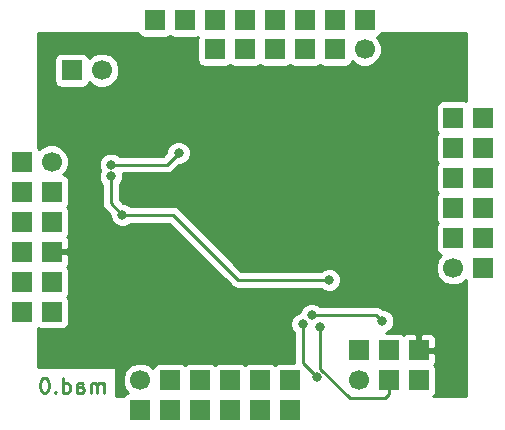
<source format=gbr>
G04 #@! TF.GenerationSoftware,KiCad,Pcbnew,(5.0.0-3-g5ebb6b6)*
G04 #@! TF.CreationDate,2019-02-10T22:35:18+03:00*
G04 #@! TF.ProjectId,mad,6D61642E6B696361645F706362000000,rev?*
G04 #@! TF.SameCoordinates,Original*
G04 #@! TF.FileFunction,Copper,L2,Bot,Signal*
G04 #@! TF.FilePolarity,Positive*
%FSLAX46Y46*%
G04 Gerber Fmt 4.6, Leading zero omitted, Abs format (unit mm)*
G04 Created by KiCad (PCBNEW (5.0.0-3-g5ebb6b6)) date *
%MOMM*%
%LPD*%
G01*
G04 APERTURE LIST*
G04 #@! TA.AperFunction,NonConductor*
%ADD10C,0.250000*%
G04 #@! TD*
G04 #@! TA.AperFunction,ComponentPad*
%ADD11R,1.700000X1.700000*%
G04 #@! TD*
G04 #@! TA.AperFunction,ComponentPad*
%ADD12C,1.700000*%
G04 #@! TD*
G04 #@! TA.AperFunction,ViaPad*
%ADD13C,0.800000*%
G04 #@! TD*
G04 #@! TA.AperFunction,Conductor*
%ADD14C,0.250000*%
G04 #@! TD*
G04 APERTURE END LIST*
D10*
X56661904Y-75588095D02*
X56661904Y-74721428D01*
X56661904Y-74845238D02*
X56600000Y-74783333D01*
X56476190Y-74721428D01*
X56290476Y-74721428D01*
X56166666Y-74783333D01*
X56104761Y-74907142D01*
X56104761Y-75588095D01*
X56104761Y-74907142D02*
X56042857Y-74783333D01*
X55919047Y-74721428D01*
X55733333Y-74721428D01*
X55609523Y-74783333D01*
X55547619Y-74907142D01*
X55547619Y-75588095D01*
X54371428Y-75588095D02*
X54371428Y-74907142D01*
X54433333Y-74783333D01*
X54557142Y-74721428D01*
X54804761Y-74721428D01*
X54928571Y-74783333D01*
X54371428Y-75526190D02*
X54495238Y-75588095D01*
X54804761Y-75588095D01*
X54928571Y-75526190D01*
X54990476Y-75402380D01*
X54990476Y-75278571D01*
X54928571Y-75154761D01*
X54804761Y-75092857D01*
X54495238Y-75092857D01*
X54371428Y-75030952D01*
X53195238Y-75588095D02*
X53195238Y-74288095D01*
X53195238Y-75526190D02*
X53319047Y-75588095D01*
X53566666Y-75588095D01*
X53690476Y-75526190D01*
X53752380Y-75464285D01*
X53814285Y-75340476D01*
X53814285Y-74969047D01*
X53752380Y-74845238D01*
X53690476Y-74783333D01*
X53566666Y-74721428D01*
X53319047Y-74721428D01*
X53195238Y-74783333D01*
X52576190Y-75464285D02*
X52514285Y-75526190D01*
X52576190Y-75588095D01*
X52638095Y-75526190D01*
X52576190Y-75464285D01*
X52576190Y-75588095D01*
X51709523Y-74288095D02*
X51585714Y-74288095D01*
X51461904Y-74350000D01*
X51400000Y-74411904D01*
X51338095Y-74535714D01*
X51276190Y-74783333D01*
X51276190Y-75092857D01*
X51338095Y-75340476D01*
X51400000Y-75464285D01*
X51461904Y-75526190D01*
X51585714Y-75588095D01*
X51709523Y-75588095D01*
X51833333Y-75526190D01*
X51895238Y-75464285D01*
X51957142Y-75340476D01*
X52019047Y-75092857D01*
X52019047Y-74783333D01*
X51957142Y-74535714D01*
X51895238Y-74411904D01*
X51833333Y-74350000D01*
X51709523Y-74288095D01*
D11*
G04 #@! TO.P,X4,8*
G04 #@! TO.N,/RS_B*
X60970000Y-44000000D03*
G04 #@! TO.P,X4,7*
G04 #@! TO.N,/RS_A*
X63510000Y-44000000D03*
G04 #@! TO.P,X4,6*
G04 #@! TO.N,/EN*
X66050000Y-44000000D03*
G04 #@! TO.P,X4,5*
G04 #@! TO.N,/TX*
X68590000Y-44000000D03*
G04 #@! TO.P,X4,4*
G04 #@! TO.N,/RX*
X71130000Y-44000000D03*
G04 #@! TO.P,X4,3*
G04 #@! TO.N,/PC5*
X73670000Y-44000000D03*
G04 #@! TO.P,X4,2*
G04 #@! TO.N,/PC4*
X76210000Y-44000000D03*
G04 #@! TO.P,X4,1*
G04 #@! TO.N,/PC3*
X78750000Y-44000000D03*
G04 #@! TD*
D12*
G04 #@! TO.P,XP1,1*
G04 #@! TO.N,/MISO*
X78250000Y-74500000D03*
D11*
G04 #@! TO.P,XP1,3*
G04 #@! TO.N,/SCK*
X80790000Y-74500000D03*
G04 #@! TO.P,XP1,5*
G04 #@! TO.N,/RES*
X83330000Y-74500000D03*
G04 #@! TO.P,XP1,2*
G04 #@! TO.N,/VCC_prog*
X78250000Y-71960000D03*
G04 #@! TO.P,XP1,4*
G04 #@! TO.N,/MOSI*
X80790000Y-71960000D03*
G04 #@! TO.P,XP1,6*
G04 #@! TO.N,/GND*
X83330000Y-71960000D03*
G04 #@! TD*
D12*
G04 #@! TO.P,XP2,1*
G04 #@! TO.N,/PD3*
X52250000Y-56000000D03*
D11*
G04 #@! TO.P,XP2,2*
G04 #@! TO.N,/PD4*
X52250000Y-58540000D03*
G04 #@! TO.P,XP2,3*
G04 #@! TO.N,/VCC_IN*
X52250000Y-61080000D03*
G04 #@! TO.P,XP2,4*
G04 #@! TO.N,/GND*
X52250000Y-63620000D03*
G04 #@! TO.P,XP2,5*
G04 #@! TO.N,/PB6*
X52250000Y-66160000D03*
G04 #@! TO.P,XP2,6*
G04 #@! TO.N,/PB7*
X52250000Y-68700000D03*
G04 #@! TD*
G04 #@! TO.P,XP3,6*
G04 #@! TO.N,/PB2*
X72450000Y-74500000D03*
G04 #@! TO.P,XP3,5*
G04 #@! TO.N,/PB1*
X69910000Y-74500000D03*
G04 #@! TO.P,XP3,4*
G04 #@! TO.N,/PB0*
X67370000Y-74500000D03*
G04 #@! TO.P,XP3,3*
G04 #@! TO.N,/PD7*
X64830000Y-74500000D03*
G04 #@! TO.P,XP3,2*
G04 #@! TO.N,/PD6*
X62290000Y-74500000D03*
D12*
G04 #@! TO.P,XP3,1*
G04 #@! TO.N,/PD5*
X59750000Y-74500000D03*
G04 #@! TD*
D11*
G04 #@! TO.P,XP4,6*
G04 #@! TO.N,/PC2*
X86250000Y-52300000D03*
G04 #@! TO.P,XP4,5*
G04 #@! TO.N,/PC1*
X86250000Y-54840000D03*
G04 #@! TO.P,XP4,4*
G04 #@! TO.N,/PC0*
X86250000Y-57380000D03*
G04 #@! TO.P,XP4,3*
G04 #@! TO.N,/ADC7*
X86250000Y-59920000D03*
G04 #@! TO.P,XP4,2*
G04 #@! TO.N,/AREF*
X86250000Y-62460000D03*
D12*
G04 #@! TO.P,XP4,1*
G04 #@! TO.N,/ADC6*
X86250000Y-65000000D03*
G04 #@! TD*
G04 #@! TO.P,XP5,1*
G04 #@! TO.N,/PC3*
X78750000Y-46500000D03*
D11*
G04 #@! TO.P,XP5,2*
G04 #@! TO.N,/PC4*
X76210000Y-46500000D03*
G04 #@! TO.P,XP5,3*
G04 #@! TO.N,/PC5*
X73670000Y-46500000D03*
G04 #@! TO.P,XP5,4*
G04 #@! TO.N,/RX*
X71130000Y-46500000D03*
G04 #@! TO.P,XP5,5*
G04 #@! TO.N,/TX*
X68590000Y-46500000D03*
G04 #@! TO.P,XP5,6*
G04 #@! TO.N,/EN*
X66050000Y-46500000D03*
G04 #@! TD*
G04 #@! TO.P,X1,1*
G04 #@! TO.N,/PD3*
X49750000Y-56000000D03*
G04 #@! TO.P,X1,2*
G04 #@! TO.N,/PD4*
X49750000Y-58540000D03*
G04 #@! TO.P,X1,3*
G04 #@! TO.N,/VCC_IN*
X49750000Y-61080000D03*
G04 #@! TO.P,X1,4*
G04 #@! TO.N,/GND*
X49750000Y-63620000D03*
G04 #@! TO.P,X1,5*
G04 #@! TO.N,/PB6*
X49750000Y-66160000D03*
G04 #@! TO.P,X1,6*
G04 #@! TO.N,/PB7*
X49750000Y-68700000D03*
G04 #@! TD*
G04 #@! TO.P,X2,6*
G04 #@! TO.N,/PB2*
X72450000Y-77000000D03*
G04 #@! TO.P,X2,5*
G04 #@! TO.N,/PB1*
X69910000Y-77000000D03*
G04 #@! TO.P,X2,4*
G04 #@! TO.N,/PB0*
X67370000Y-77000000D03*
G04 #@! TO.P,X2,3*
G04 #@! TO.N,/PD7*
X64830000Y-77000000D03*
G04 #@! TO.P,X2,2*
G04 #@! TO.N,/PD6*
X62290000Y-77000000D03*
G04 #@! TO.P,X2,1*
G04 #@! TO.N,/PD5*
X59750000Y-77000000D03*
G04 #@! TD*
G04 #@! TO.P,X3,1*
G04 #@! TO.N,/ADC6*
X88750000Y-65000000D03*
G04 #@! TO.P,X3,2*
G04 #@! TO.N,/AREF*
X88750000Y-62460000D03*
G04 #@! TO.P,X3,3*
G04 #@! TO.N,/ADC7*
X88750000Y-59920000D03*
G04 #@! TO.P,X3,4*
G04 #@! TO.N,/PC0*
X88750000Y-57380000D03*
G04 #@! TO.P,X3,5*
G04 #@! TO.N,/PC1*
X88750000Y-54840000D03*
G04 #@! TO.P,X3,6*
G04 #@! TO.N,/PC2*
X88750000Y-52300000D03*
G04 #@! TD*
D12*
G04 #@! TO.P,XT1,1*
G04 #@! TO.N,/RS_A*
X56500000Y-48250000D03*
D11*
G04 #@! TO.P,XT1,2*
G04 #@! TO.N,/RS_B*
X53960000Y-48250000D03*
G04 #@! TD*
D13*
G04 #@! TO.N,/VCC*
X57250000Y-57250000D03*
X75750000Y-66000000D03*
X58250000Y-60500000D03*
G04 #@! TO.N,/GND*
X60500000Y-52750000D03*
X57750000Y-63250000D03*
X83000000Y-60750000D03*
X83250000Y-63000000D03*
X68000000Y-61000000D03*
X64250000Y-64500000D03*
G04 #@! TO.N,/MISO*
X73500000Y-69750000D03*
X74737347Y-74262653D03*
G04 #@! TO.N,/SCK*
X75015152Y-69984848D03*
G04 #@! TO.N,/RES*
X74275000Y-69000000D03*
X80250000Y-69500000D03*
G04 #@! TO.N,/EN*
X63000000Y-55250000D03*
X57250000Y-56250000D03*
G04 #@! TO.N,/GND*
X53500000Y-50750000D03*
G04 #@! TD*
D14*
G04 #@! TO.N,/VCC*
X57250000Y-59500000D02*
X58250000Y-60500000D01*
X57250000Y-57250000D02*
X57250000Y-59500000D01*
X62500000Y-60500000D02*
X68000000Y-66000000D01*
X68000000Y-66000000D02*
X75750000Y-66000000D01*
X58250000Y-60500000D02*
X62500000Y-60500000D01*
G04 #@! TO.N,/MISO*
X73500000Y-73025306D02*
X74737347Y-74262653D01*
X73500000Y-69750000D02*
X73500000Y-73025306D01*
G04 #@! TO.N,/SCK*
X75015152Y-69984848D02*
X75015152Y-73515152D01*
X75015152Y-73515152D02*
X77500000Y-76000000D01*
X77500000Y-76000000D02*
X80500000Y-76000000D01*
X80790000Y-75710000D02*
X80790000Y-74500000D01*
X80500000Y-76000000D02*
X80790000Y-75710000D01*
G04 #@! TO.N,/RES*
X79750000Y-69000000D02*
X80250000Y-69500000D01*
X74275000Y-69000000D02*
X79750000Y-69000000D01*
G04 #@! TO.N,/EN*
X62000000Y-56250000D02*
X63000000Y-55250000D01*
X57250000Y-56250000D02*
X62000000Y-56250000D01*
G04 #@! TD*
G04 #@! TO.N,/GND*
G36*
X59669400Y-45300600D02*
X59876137Y-45438737D01*
X60120000Y-45487244D01*
X61820000Y-45487244D01*
X62063863Y-45438737D01*
X62240000Y-45321046D01*
X62416137Y-45438737D01*
X62660000Y-45487244D01*
X64360000Y-45487244D01*
X64603863Y-45438737D01*
X64604919Y-45438032D01*
X64562756Y-45650000D01*
X64562756Y-47350000D01*
X64611263Y-47593863D01*
X64749400Y-47800600D01*
X64956137Y-47938737D01*
X65200000Y-47987244D01*
X66900000Y-47987244D01*
X67143863Y-47938737D01*
X67320000Y-47821046D01*
X67496137Y-47938737D01*
X67740000Y-47987244D01*
X69440000Y-47987244D01*
X69683863Y-47938737D01*
X69860000Y-47821046D01*
X70036137Y-47938737D01*
X70280000Y-47987244D01*
X71980000Y-47987244D01*
X72223863Y-47938737D01*
X72400000Y-47821046D01*
X72576137Y-47938737D01*
X72820000Y-47987244D01*
X74520000Y-47987244D01*
X74763863Y-47938737D01*
X74940000Y-47821046D01*
X75116137Y-47938737D01*
X75360000Y-47987244D01*
X77060000Y-47987244D01*
X77303863Y-47938737D01*
X77510600Y-47800600D01*
X77648737Y-47593863D01*
X77666848Y-47502813D01*
X77914480Y-47750445D01*
X78456604Y-47975000D01*
X79043396Y-47975000D01*
X79585520Y-47750445D01*
X80000445Y-47335520D01*
X80225000Y-46793396D01*
X80225000Y-46206604D01*
X80000445Y-45664480D01*
X79786176Y-45450211D01*
X79843863Y-45438737D01*
X80050600Y-45300600D01*
X80167932Y-45125000D01*
X87375000Y-45125000D01*
X87375000Y-50882068D01*
X87343863Y-50861263D01*
X87100000Y-50812756D01*
X85400000Y-50812756D01*
X85156137Y-50861263D01*
X84949400Y-50999400D01*
X84811263Y-51206137D01*
X84762756Y-51450000D01*
X84762756Y-53150000D01*
X84811263Y-53393863D01*
X84928954Y-53570000D01*
X84811263Y-53746137D01*
X84762756Y-53990000D01*
X84762756Y-55690000D01*
X84811263Y-55933863D01*
X84928954Y-56110000D01*
X84811263Y-56286137D01*
X84762756Y-56530000D01*
X84762756Y-58230000D01*
X84811263Y-58473863D01*
X84928954Y-58650000D01*
X84811263Y-58826137D01*
X84762756Y-59070000D01*
X84762756Y-60770000D01*
X84811263Y-61013863D01*
X84928954Y-61190000D01*
X84811263Y-61366137D01*
X84762756Y-61610000D01*
X84762756Y-63310000D01*
X84811263Y-63553863D01*
X84949400Y-63760600D01*
X85156137Y-63898737D01*
X85247187Y-63916848D01*
X84999555Y-64164480D01*
X84775000Y-64706604D01*
X84775000Y-65293396D01*
X84999555Y-65835520D01*
X85414480Y-66250445D01*
X85956604Y-66475000D01*
X86543396Y-66475000D01*
X87085520Y-66250445D01*
X87299789Y-66036176D01*
X87311263Y-66093863D01*
X87375000Y-66189252D01*
X87375000Y-75875000D01*
X84519252Y-75875000D01*
X84630600Y-75800600D01*
X84768737Y-75593863D01*
X84817244Y-75350000D01*
X84817244Y-73650000D01*
X84768737Y-73406137D01*
X84648177Y-73225706D01*
X84709849Y-73164034D01*
X84805000Y-72934320D01*
X84805000Y-72241250D01*
X84648750Y-72085000D01*
X83455000Y-72085000D01*
X83455000Y-72105000D01*
X83205000Y-72105000D01*
X83205000Y-72085000D01*
X83185000Y-72085000D01*
X83185000Y-71835000D01*
X83205000Y-71835000D01*
X83205000Y-70641250D01*
X83455000Y-70641250D01*
X83455000Y-71835000D01*
X84648750Y-71835000D01*
X84805000Y-71678750D01*
X84805000Y-70985680D01*
X84709849Y-70755966D01*
X84534034Y-70580150D01*
X84304320Y-70485000D01*
X83611250Y-70485000D01*
X83455000Y-70641250D01*
X83205000Y-70641250D01*
X83048750Y-70485000D01*
X82355680Y-70485000D01*
X82125966Y-70580150D01*
X82064294Y-70641823D01*
X81883863Y-70521263D01*
X81640000Y-70472756D01*
X80580013Y-70472756D01*
X80830616Y-70368953D01*
X81118953Y-70080616D01*
X81275000Y-69703885D01*
X81275000Y-69296115D01*
X81118953Y-68919384D01*
X80830616Y-68631047D01*
X80453885Y-68475000D01*
X80301224Y-68475000D01*
X80290720Y-68459280D01*
X80042635Y-68293516D01*
X79823866Y-68250000D01*
X79823865Y-68250000D01*
X79750000Y-68235307D01*
X79676135Y-68250000D01*
X74974569Y-68250000D01*
X74855616Y-68131047D01*
X74478885Y-67975000D01*
X74071115Y-67975000D01*
X73694384Y-68131047D01*
X73406047Y-68419384D01*
X73276007Y-68733329D01*
X72919384Y-68881047D01*
X72631047Y-69169384D01*
X72475000Y-69546115D01*
X72475000Y-69953885D01*
X72631047Y-70330616D01*
X72750000Y-70449569D01*
X72750001Y-72951436D01*
X72737803Y-73012756D01*
X71600000Y-73012756D01*
X71356137Y-73061263D01*
X71180000Y-73178954D01*
X71003863Y-73061263D01*
X70760000Y-73012756D01*
X69060000Y-73012756D01*
X68816137Y-73061263D01*
X68640000Y-73178954D01*
X68463863Y-73061263D01*
X68220000Y-73012756D01*
X66520000Y-73012756D01*
X66276137Y-73061263D01*
X66100000Y-73178954D01*
X65923863Y-73061263D01*
X65680000Y-73012756D01*
X63980000Y-73012756D01*
X63736137Y-73061263D01*
X63560000Y-73178954D01*
X63383863Y-73061263D01*
X63140000Y-73012756D01*
X61440000Y-73012756D01*
X61196137Y-73061263D01*
X60989400Y-73199400D01*
X60851263Y-73406137D01*
X60833152Y-73497187D01*
X60585520Y-73249555D01*
X60043396Y-73025000D01*
X59456604Y-73025000D01*
X58914480Y-73249555D01*
X58499555Y-73664480D01*
X58275000Y-74206604D01*
X58275000Y-74793396D01*
X58499555Y-75335520D01*
X58713824Y-75549789D01*
X58656137Y-75561263D01*
X58449400Y-75699400D01*
X58332068Y-75875000D01*
X57721429Y-75875000D01*
X57721429Y-73376500D01*
X51125000Y-73376500D01*
X51125000Y-70117932D01*
X51156137Y-70138737D01*
X51400000Y-70187244D01*
X53100000Y-70187244D01*
X53343863Y-70138737D01*
X53550600Y-70000600D01*
X53688737Y-69793863D01*
X53737244Y-69550000D01*
X53737244Y-67850000D01*
X53688737Y-67606137D01*
X53571046Y-67430000D01*
X53688737Y-67253863D01*
X53737244Y-67010000D01*
X53737244Y-65310000D01*
X53688737Y-65066137D01*
X53568177Y-64885706D01*
X53629850Y-64824034D01*
X53725000Y-64594320D01*
X53725000Y-63901250D01*
X53568750Y-63745000D01*
X52375000Y-63745000D01*
X52375000Y-63765000D01*
X52125000Y-63765000D01*
X52125000Y-63745000D01*
X52105000Y-63745000D01*
X52105000Y-63495000D01*
X52125000Y-63495000D01*
X52125000Y-63475000D01*
X52375000Y-63475000D01*
X52375000Y-63495000D01*
X53568750Y-63495000D01*
X53725000Y-63338750D01*
X53725000Y-62645680D01*
X53629850Y-62415966D01*
X53568177Y-62354294D01*
X53688737Y-62173863D01*
X53737244Y-61930000D01*
X53737244Y-60230000D01*
X53688737Y-59986137D01*
X53571046Y-59810000D01*
X53688737Y-59633863D01*
X53737244Y-59390000D01*
X53737244Y-57690000D01*
X53688737Y-57446137D01*
X53550600Y-57239400D01*
X53343863Y-57101263D01*
X53252813Y-57083152D01*
X53500445Y-56835520D01*
X53725000Y-56293396D01*
X53725000Y-56046115D01*
X56225000Y-56046115D01*
X56225000Y-56453885D01*
X56347655Y-56750000D01*
X56225000Y-57046115D01*
X56225000Y-57453885D01*
X56381047Y-57830616D01*
X56500000Y-57949569D01*
X56500001Y-59426130D01*
X56485307Y-59500000D01*
X56511935Y-59633863D01*
X56543517Y-59792635D01*
X56709281Y-60040720D01*
X56771904Y-60082563D01*
X57225000Y-60535660D01*
X57225000Y-60703885D01*
X57381047Y-61080616D01*
X57669384Y-61368953D01*
X58046115Y-61525000D01*
X58453885Y-61525000D01*
X58830616Y-61368953D01*
X58949569Y-61250000D01*
X62189341Y-61250000D01*
X67417437Y-66478097D01*
X67459280Y-66540720D01*
X67619205Y-66647578D01*
X67707364Y-66706484D01*
X68000000Y-66764693D01*
X68073866Y-66750000D01*
X75050431Y-66750000D01*
X75169384Y-66868953D01*
X75546115Y-67025000D01*
X75953885Y-67025000D01*
X76330616Y-66868953D01*
X76618953Y-66580616D01*
X76775000Y-66203885D01*
X76775000Y-65796115D01*
X76618953Y-65419384D01*
X76330616Y-65131047D01*
X75953885Y-64975000D01*
X75546115Y-64975000D01*
X75169384Y-65131047D01*
X75050431Y-65250000D01*
X68310660Y-65250000D01*
X63082565Y-60021906D01*
X63040720Y-59959280D01*
X62792635Y-59793516D01*
X62573866Y-59750000D01*
X62573865Y-59750000D01*
X62500000Y-59735307D01*
X62426135Y-59750000D01*
X58949569Y-59750000D01*
X58830616Y-59631047D01*
X58453885Y-59475000D01*
X58285660Y-59475000D01*
X58000000Y-59189341D01*
X58000000Y-57949569D01*
X58118953Y-57830616D01*
X58275000Y-57453885D01*
X58275000Y-57046115D01*
X58255899Y-57000000D01*
X61926135Y-57000000D01*
X62000000Y-57014693D01*
X62073865Y-57000000D01*
X62073866Y-57000000D01*
X62292635Y-56956484D01*
X62540720Y-56790720D01*
X62582565Y-56728094D01*
X63035660Y-56275000D01*
X63203885Y-56275000D01*
X63580616Y-56118953D01*
X63868953Y-55830616D01*
X64025000Y-55453885D01*
X64025000Y-55046115D01*
X63868953Y-54669384D01*
X63580616Y-54381047D01*
X63203885Y-54225000D01*
X62796115Y-54225000D01*
X62419384Y-54381047D01*
X62131047Y-54669384D01*
X61975000Y-55046115D01*
X61975000Y-55214340D01*
X61689341Y-55500000D01*
X57949569Y-55500000D01*
X57830616Y-55381047D01*
X57453885Y-55225000D01*
X57046115Y-55225000D01*
X56669384Y-55381047D01*
X56381047Y-55669384D01*
X56225000Y-56046115D01*
X53725000Y-56046115D01*
X53725000Y-55706604D01*
X53500445Y-55164480D01*
X53085520Y-54749555D01*
X52543396Y-54525000D01*
X51956604Y-54525000D01*
X51414480Y-54749555D01*
X51200211Y-54963824D01*
X51188737Y-54906137D01*
X51125000Y-54810748D01*
X51125000Y-47400000D01*
X52472756Y-47400000D01*
X52472756Y-49100000D01*
X52521263Y-49343863D01*
X52659400Y-49550600D01*
X52866137Y-49688737D01*
X53110000Y-49737244D01*
X54810000Y-49737244D01*
X55053863Y-49688737D01*
X55260600Y-49550600D01*
X55398737Y-49343863D01*
X55416848Y-49252813D01*
X55664480Y-49500445D01*
X56206604Y-49725000D01*
X56793396Y-49725000D01*
X57335520Y-49500445D01*
X57750445Y-49085520D01*
X57975000Y-48543396D01*
X57975000Y-47956604D01*
X57750445Y-47414480D01*
X57335520Y-46999555D01*
X56793396Y-46775000D01*
X56206604Y-46775000D01*
X55664480Y-46999555D01*
X55416848Y-47247187D01*
X55398737Y-47156137D01*
X55260600Y-46949400D01*
X55053863Y-46811263D01*
X54810000Y-46762756D01*
X53110000Y-46762756D01*
X52866137Y-46811263D01*
X52659400Y-46949400D01*
X52521263Y-47156137D01*
X52472756Y-47400000D01*
X51125000Y-47400000D01*
X51125000Y-45125000D01*
X59552068Y-45125000D01*
X59669400Y-45300600D01*
X59669400Y-45300600D01*
G37*
X59669400Y-45300600D02*
X59876137Y-45438737D01*
X60120000Y-45487244D01*
X61820000Y-45487244D01*
X62063863Y-45438737D01*
X62240000Y-45321046D01*
X62416137Y-45438737D01*
X62660000Y-45487244D01*
X64360000Y-45487244D01*
X64603863Y-45438737D01*
X64604919Y-45438032D01*
X64562756Y-45650000D01*
X64562756Y-47350000D01*
X64611263Y-47593863D01*
X64749400Y-47800600D01*
X64956137Y-47938737D01*
X65200000Y-47987244D01*
X66900000Y-47987244D01*
X67143863Y-47938737D01*
X67320000Y-47821046D01*
X67496137Y-47938737D01*
X67740000Y-47987244D01*
X69440000Y-47987244D01*
X69683863Y-47938737D01*
X69860000Y-47821046D01*
X70036137Y-47938737D01*
X70280000Y-47987244D01*
X71980000Y-47987244D01*
X72223863Y-47938737D01*
X72400000Y-47821046D01*
X72576137Y-47938737D01*
X72820000Y-47987244D01*
X74520000Y-47987244D01*
X74763863Y-47938737D01*
X74940000Y-47821046D01*
X75116137Y-47938737D01*
X75360000Y-47987244D01*
X77060000Y-47987244D01*
X77303863Y-47938737D01*
X77510600Y-47800600D01*
X77648737Y-47593863D01*
X77666848Y-47502813D01*
X77914480Y-47750445D01*
X78456604Y-47975000D01*
X79043396Y-47975000D01*
X79585520Y-47750445D01*
X80000445Y-47335520D01*
X80225000Y-46793396D01*
X80225000Y-46206604D01*
X80000445Y-45664480D01*
X79786176Y-45450211D01*
X79843863Y-45438737D01*
X80050600Y-45300600D01*
X80167932Y-45125000D01*
X87375000Y-45125000D01*
X87375000Y-50882068D01*
X87343863Y-50861263D01*
X87100000Y-50812756D01*
X85400000Y-50812756D01*
X85156137Y-50861263D01*
X84949400Y-50999400D01*
X84811263Y-51206137D01*
X84762756Y-51450000D01*
X84762756Y-53150000D01*
X84811263Y-53393863D01*
X84928954Y-53570000D01*
X84811263Y-53746137D01*
X84762756Y-53990000D01*
X84762756Y-55690000D01*
X84811263Y-55933863D01*
X84928954Y-56110000D01*
X84811263Y-56286137D01*
X84762756Y-56530000D01*
X84762756Y-58230000D01*
X84811263Y-58473863D01*
X84928954Y-58650000D01*
X84811263Y-58826137D01*
X84762756Y-59070000D01*
X84762756Y-60770000D01*
X84811263Y-61013863D01*
X84928954Y-61190000D01*
X84811263Y-61366137D01*
X84762756Y-61610000D01*
X84762756Y-63310000D01*
X84811263Y-63553863D01*
X84949400Y-63760600D01*
X85156137Y-63898737D01*
X85247187Y-63916848D01*
X84999555Y-64164480D01*
X84775000Y-64706604D01*
X84775000Y-65293396D01*
X84999555Y-65835520D01*
X85414480Y-66250445D01*
X85956604Y-66475000D01*
X86543396Y-66475000D01*
X87085520Y-66250445D01*
X87299789Y-66036176D01*
X87311263Y-66093863D01*
X87375000Y-66189252D01*
X87375000Y-75875000D01*
X84519252Y-75875000D01*
X84630600Y-75800600D01*
X84768737Y-75593863D01*
X84817244Y-75350000D01*
X84817244Y-73650000D01*
X84768737Y-73406137D01*
X84648177Y-73225706D01*
X84709849Y-73164034D01*
X84805000Y-72934320D01*
X84805000Y-72241250D01*
X84648750Y-72085000D01*
X83455000Y-72085000D01*
X83455000Y-72105000D01*
X83205000Y-72105000D01*
X83205000Y-72085000D01*
X83185000Y-72085000D01*
X83185000Y-71835000D01*
X83205000Y-71835000D01*
X83205000Y-70641250D01*
X83455000Y-70641250D01*
X83455000Y-71835000D01*
X84648750Y-71835000D01*
X84805000Y-71678750D01*
X84805000Y-70985680D01*
X84709849Y-70755966D01*
X84534034Y-70580150D01*
X84304320Y-70485000D01*
X83611250Y-70485000D01*
X83455000Y-70641250D01*
X83205000Y-70641250D01*
X83048750Y-70485000D01*
X82355680Y-70485000D01*
X82125966Y-70580150D01*
X82064294Y-70641823D01*
X81883863Y-70521263D01*
X81640000Y-70472756D01*
X80580013Y-70472756D01*
X80830616Y-70368953D01*
X81118953Y-70080616D01*
X81275000Y-69703885D01*
X81275000Y-69296115D01*
X81118953Y-68919384D01*
X80830616Y-68631047D01*
X80453885Y-68475000D01*
X80301224Y-68475000D01*
X80290720Y-68459280D01*
X80042635Y-68293516D01*
X79823866Y-68250000D01*
X79823865Y-68250000D01*
X79750000Y-68235307D01*
X79676135Y-68250000D01*
X74974569Y-68250000D01*
X74855616Y-68131047D01*
X74478885Y-67975000D01*
X74071115Y-67975000D01*
X73694384Y-68131047D01*
X73406047Y-68419384D01*
X73276007Y-68733329D01*
X72919384Y-68881047D01*
X72631047Y-69169384D01*
X72475000Y-69546115D01*
X72475000Y-69953885D01*
X72631047Y-70330616D01*
X72750000Y-70449569D01*
X72750001Y-72951436D01*
X72737803Y-73012756D01*
X71600000Y-73012756D01*
X71356137Y-73061263D01*
X71180000Y-73178954D01*
X71003863Y-73061263D01*
X70760000Y-73012756D01*
X69060000Y-73012756D01*
X68816137Y-73061263D01*
X68640000Y-73178954D01*
X68463863Y-73061263D01*
X68220000Y-73012756D01*
X66520000Y-73012756D01*
X66276137Y-73061263D01*
X66100000Y-73178954D01*
X65923863Y-73061263D01*
X65680000Y-73012756D01*
X63980000Y-73012756D01*
X63736137Y-73061263D01*
X63560000Y-73178954D01*
X63383863Y-73061263D01*
X63140000Y-73012756D01*
X61440000Y-73012756D01*
X61196137Y-73061263D01*
X60989400Y-73199400D01*
X60851263Y-73406137D01*
X60833152Y-73497187D01*
X60585520Y-73249555D01*
X60043396Y-73025000D01*
X59456604Y-73025000D01*
X58914480Y-73249555D01*
X58499555Y-73664480D01*
X58275000Y-74206604D01*
X58275000Y-74793396D01*
X58499555Y-75335520D01*
X58713824Y-75549789D01*
X58656137Y-75561263D01*
X58449400Y-75699400D01*
X58332068Y-75875000D01*
X57721429Y-75875000D01*
X57721429Y-73376500D01*
X51125000Y-73376500D01*
X51125000Y-70117932D01*
X51156137Y-70138737D01*
X51400000Y-70187244D01*
X53100000Y-70187244D01*
X53343863Y-70138737D01*
X53550600Y-70000600D01*
X53688737Y-69793863D01*
X53737244Y-69550000D01*
X53737244Y-67850000D01*
X53688737Y-67606137D01*
X53571046Y-67430000D01*
X53688737Y-67253863D01*
X53737244Y-67010000D01*
X53737244Y-65310000D01*
X53688737Y-65066137D01*
X53568177Y-64885706D01*
X53629850Y-64824034D01*
X53725000Y-64594320D01*
X53725000Y-63901250D01*
X53568750Y-63745000D01*
X52375000Y-63745000D01*
X52375000Y-63765000D01*
X52125000Y-63765000D01*
X52125000Y-63745000D01*
X52105000Y-63745000D01*
X52105000Y-63495000D01*
X52125000Y-63495000D01*
X52125000Y-63475000D01*
X52375000Y-63475000D01*
X52375000Y-63495000D01*
X53568750Y-63495000D01*
X53725000Y-63338750D01*
X53725000Y-62645680D01*
X53629850Y-62415966D01*
X53568177Y-62354294D01*
X53688737Y-62173863D01*
X53737244Y-61930000D01*
X53737244Y-60230000D01*
X53688737Y-59986137D01*
X53571046Y-59810000D01*
X53688737Y-59633863D01*
X53737244Y-59390000D01*
X53737244Y-57690000D01*
X53688737Y-57446137D01*
X53550600Y-57239400D01*
X53343863Y-57101263D01*
X53252813Y-57083152D01*
X53500445Y-56835520D01*
X53725000Y-56293396D01*
X53725000Y-56046115D01*
X56225000Y-56046115D01*
X56225000Y-56453885D01*
X56347655Y-56750000D01*
X56225000Y-57046115D01*
X56225000Y-57453885D01*
X56381047Y-57830616D01*
X56500000Y-57949569D01*
X56500001Y-59426130D01*
X56485307Y-59500000D01*
X56511935Y-59633863D01*
X56543517Y-59792635D01*
X56709281Y-60040720D01*
X56771904Y-60082563D01*
X57225000Y-60535660D01*
X57225000Y-60703885D01*
X57381047Y-61080616D01*
X57669384Y-61368953D01*
X58046115Y-61525000D01*
X58453885Y-61525000D01*
X58830616Y-61368953D01*
X58949569Y-61250000D01*
X62189341Y-61250000D01*
X67417437Y-66478097D01*
X67459280Y-66540720D01*
X67619205Y-66647578D01*
X67707364Y-66706484D01*
X68000000Y-66764693D01*
X68073866Y-66750000D01*
X75050431Y-66750000D01*
X75169384Y-66868953D01*
X75546115Y-67025000D01*
X75953885Y-67025000D01*
X76330616Y-66868953D01*
X76618953Y-66580616D01*
X76775000Y-66203885D01*
X76775000Y-65796115D01*
X76618953Y-65419384D01*
X76330616Y-65131047D01*
X75953885Y-64975000D01*
X75546115Y-64975000D01*
X75169384Y-65131047D01*
X75050431Y-65250000D01*
X68310660Y-65250000D01*
X63082565Y-60021906D01*
X63040720Y-59959280D01*
X62792635Y-59793516D01*
X62573866Y-59750000D01*
X62573865Y-59750000D01*
X62500000Y-59735307D01*
X62426135Y-59750000D01*
X58949569Y-59750000D01*
X58830616Y-59631047D01*
X58453885Y-59475000D01*
X58285660Y-59475000D01*
X58000000Y-59189341D01*
X58000000Y-57949569D01*
X58118953Y-57830616D01*
X58275000Y-57453885D01*
X58275000Y-57046115D01*
X58255899Y-57000000D01*
X61926135Y-57000000D01*
X62000000Y-57014693D01*
X62073865Y-57000000D01*
X62073866Y-57000000D01*
X62292635Y-56956484D01*
X62540720Y-56790720D01*
X62582565Y-56728094D01*
X63035660Y-56275000D01*
X63203885Y-56275000D01*
X63580616Y-56118953D01*
X63868953Y-55830616D01*
X64025000Y-55453885D01*
X64025000Y-55046115D01*
X63868953Y-54669384D01*
X63580616Y-54381047D01*
X63203885Y-54225000D01*
X62796115Y-54225000D01*
X62419384Y-54381047D01*
X62131047Y-54669384D01*
X61975000Y-55046115D01*
X61975000Y-55214340D01*
X61689341Y-55500000D01*
X57949569Y-55500000D01*
X57830616Y-55381047D01*
X57453885Y-55225000D01*
X57046115Y-55225000D01*
X56669384Y-55381047D01*
X56381047Y-55669384D01*
X56225000Y-56046115D01*
X53725000Y-56046115D01*
X53725000Y-55706604D01*
X53500445Y-55164480D01*
X53085520Y-54749555D01*
X52543396Y-54525000D01*
X51956604Y-54525000D01*
X51414480Y-54749555D01*
X51200211Y-54963824D01*
X51188737Y-54906137D01*
X51125000Y-54810748D01*
X51125000Y-47400000D01*
X52472756Y-47400000D01*
X52472756Y-49100000D01*
X52521263Y-49343863D01*
X52659400Y-49550600D01*
X52866137Y-49688737D01*
X53110000Y-49737244D01*
X54810000Y-49737244D01*
X55053863Y-49688737D01*
X55260600Y-49550600D01*
X55398737Y-49343863D01*
X55416848Y-49252813D01*
X55664480Y-49500445D01*
X56206604Y-49725000D01*
X56793396Y-49725000D01*
X57335520Y-49500445D01*
X57750445Y-49085520D01*
X57975000Y-48543396D01*
X57975000Y-47956604D01*
X57750445Y-47414480D01*
X57335520Y-46999555D01*
X56793396Y-46775000D01*
X56206604Y-46775000D01*
X55664480Y-46999555D01*
X55416848Y-47247187D01*
X55398737Y-47156137D01*
X55260600Y-46949400D01*
X55053863Y-46811263D01*
X54810000Y-46762756D01*
X53110000Y-46762756D01*
X52866137Y-46811263D01*
X52659400Y-46949400D01*
X52521263Y-47156137D01*
X52472756Y-47400000D01*
X51125000Y-47400000D01*
X51125000Y-45125000D01*
X59552068Y-45125000D01*
X59669400Y-45300600D01*
G04 #@! TD*
M02*

</source>
